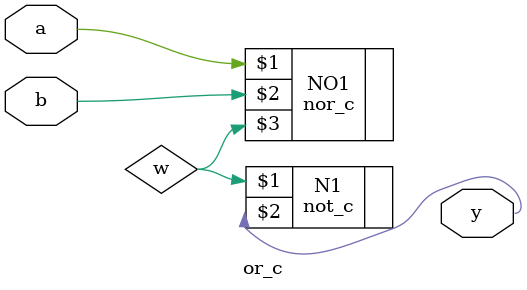
<source format=v>
module or_c(a,b,y);

	input a,b;
	output y;
	wire w;

	nor_c NO1(a,b,w);
	not_c N1(w,y);
endmodule

</source>
